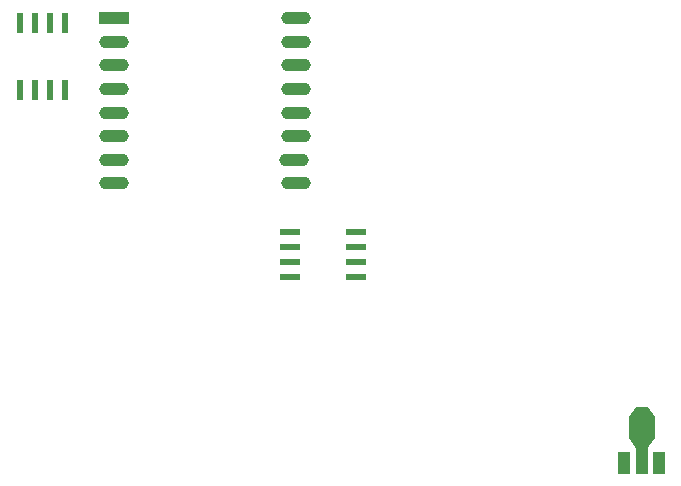
<source format=gbr>
G04 #@! TF.FileFunction,Paste,Top*
%FSLAX46Y46*%
G04 Gerber Fmt 4.6, Leading zero omitted, Abs format (unit mm)*
G04 Created by KiCad (PCBNEW 4.0.4-snap1-stable) date Wed Jun 19 19:26:08 2019*
%MOMM*%
%LPD*%
G01*
G04 APERTURE LIST*
%ADD10C,0.150000*%
%ADD11R,1.000000X1.900000*%
%ADD12R,1.000000X2.200000*%
%ADD13R,2.200000X1.840000*%
%ADD14R,2.500000X1.100000*%
%ADD15O,2.500000X1.100000*%
%ADD16R,0.600000X1.750000*%
%ADD17R,1.750000X0.600000*%
G04 APERTURE END LIST*
D10*
G36*
X194900000Y-111758000D02*
X195500000Y-110908000D01*
X196500000Y-110908000D01*
X197100000Y-111758000D01*
X194900000Y-111758000D01*
X194900000Y-111758000D01*
G37*
D11*
X194500000Y-115680000D03*
D12*
X196000000Y-115533500D03*
D11*
X197500000Y-115680000D03*
D13*
X196000000Y-112666500D03*
D10*
G36*
X197100000Y-113576200D02*
X196400000Y-114576200D01*
X195600000Y-114576200D01*
X194900000Y-113576200D01*
X197100000Y-113576200D01*
X197100000Y-113576200D01*
G37*
D14*
X151300000Y-78000000D03*
D15*
X151300000Y-80000000D03*
X151300000Y-82000000D03*
X151300000Y-84000000D03*
X151300000Y-86000000D03*
X151300000Y-88000000D03*
X151300000Y-90000000D03*
X151300000Y-92000000D03*
X166700000Y-92000000D03*
X166600000Y-90000000D03*
X166700000Y-88000000D03*
X166700000Y-86000000D03*
X166700000Y-84000000D03*
X166700000Y-82000000D03*
X166700000Y-80000000D03*
X166700000Y-78000000D03*
D16*
X147155000Y-78450000D03*
X145885000Y-78450000D03*
X144615000Y-78450000D03*
X143345000Y-78450000D03*
X143345000Y-84050000D03*
X144615000Y-84050000D03*
X145885000Y-84050000D03*
X147155000Y-84050000D03*
D17*
X166200000Y-96095000D03*
X166200000Y-97365000D03*
X166200000Y-98635000D03*
X166200000Y-99905000D03*
X171800000Y-99905000D03*
X171800000Y-98635000D03*
X171800000Y-97365000D03*
X171800000Y-96095000D03*
M02*

</source>
